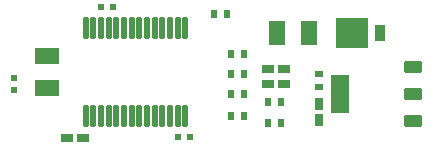
<source format=gbr>
%TF.GenerationSoftware,Altium Limited,Altium Designer,21.4.1 (30)*%
G04 Layer_Color=128*
%FSLAX45Y45*%
%MOMM*%
%TF.SameCoordinates,CCA80653-F6CA-46C6-945C-E97865854BA3*%
%TF.FilePolarity,Positive*%
%TF.FileFunction,Paste,Bot*%
%TF.Part,Single*%
G01*
G75*
%TA.AperFunction,SMDPad,CuDef*%
%ADD33R,1.42000X2.13000*%
%ADD37R,2.13000X1.42000*%
%ADD45R,1.00000X0.80000*%
%ADD46R,0.60000X0.70000*%
%ADD47R,0.86200X1.37000*%
%ADD48R,2.77000X2.64000*%
%ADD49R,0.60000X0.60000*%
%ADD50R,0.60000X0.60000*%
%ADD51O,0.55000X1.95000*%
%ADD52R,0.70000X0.60000*%
%ADD53R,0.80000X1.00000*%
G04:AMPARAMS|DCode=54|XSize=3.25mm|YSize=1.55mm|CornerRadius=0.10075mm|HoleSize=0mm|Usage=FLASHONLY|Rotation=90.000|XOffset=0mm|YOffset=0mm|HoleType=Round|Shape=RoundedRectangle|*
%AMROUNDEDRECTD54*
21,1,3.25000,1.34850,0,0,90.0*
21,1,3.04850,1.55000,0,0,90.0*
1,1,0.20150,0.67425,1.52425*
1,1,0.20150,0.67425,-1.52425*
1,1,0.20150,-0.67425,-1.52425*
1,1,0.20150,-0.67425,1.52425*
%
%ADD54ROUNDEDRECTD54*%
G04:AMPARAMS|DCode=55|XSize=1mm|YSize=1.55mm|CornerRadius=0.0995mm|HoleSize=0mm|Usage=FLASHONLY|Rotation=90.000|XOffset=0mm|YOffset=0mm|HoleType=Round|Shape=RoundedRectangle|*
%AMROUNDEDRECTD55*
21,1,1.00000,1.35100,0,0,90.0*
21,1,0.80100,1.55000,0,0,90.0*
1,1,0.19900,0.67550,0.40050*
1,1,0.19900,0.67550,-0.40050*
1,1,0.19900,-0.67550,-0.40050*
1,1,0.19900,-0.67550,0.40050*
%
%ADD55ROUNDEDRECTD55*%
D33*
X2394021Y1089660D02*
D03*
X2124019D02*
D03*
D37*
X174000Y897001D02*
D03*
Y626999D02*
D03*
D45*
X346401Y203198D02*
D03*
X476398D02*
D03*
X2048201Y660398D02*
D03*
X2178198D02*
D03*
X2048201Y787398D02*
D03*
X2178198D02*
D03*
D46*
X1839921Y571498D02*
D03*
X1729919D02*
D03*
X1839921Y391158D02*
D03*
X1729919D02*
D03*
Y914398D02*
D03*
X1839921D02*
D03*
X1729919Y744218D02*
D03*
X1839921D02*
D03*
X2158203Y507998D02*
D03*
X2048201D02*
D03*
X1588999Y1251996D02*
D03*
X1699001D02*
D03*
X2158203Y330198D02*
D03*
X2048201D02*
D03*
D47*
X2994503Y1092200D02*
D03*
D48*
X2759400D02*
D03*
D49*
X-105999Y611998D02*
D03*
Y711998D02*
D03*
D50*
X734223Y1308100D02*
D03*
X634223D02*
D03*
X1381120Y213360D02*
D03*
X1281120D02*
D03*
D51*
X501503Y1134501D02*
D03*
X566501D02*
D03*
X631500D02*
D03*
X696504D02*
D03*
X761502D02*
D03*
X826501D02*
D03*
X891499D02*
D03*
X956503D02*
D03*
X1021502D02*
D03*
X1086500D02*
D03*
X1151499D02*
D03*
X1216503D02*
D03*
X1281501D02*
D03*
X1346500D02*
D03*
X501503Y389499D02*
D03*
X566501D02*
D03*
X631500D02*
D03*
X696504D02*
D03*
X761502D02*
D03*
X826501D02*
D03*
X891499D02*
D03*
X956503D02*
D03*
X1021502D02*
D03*
X1086500D02*
D03*
X1151499D02*
D03*
X1216503D02*
D03*
X1281501D02*
D03*
X1346500D02*
D03*
D52*
X2474001Y636996D02*
D03*
Y746999D02*
D03*
D53*
Y486999D02*
D03*
Y356997D02*
D03*
D54*
X2656500Y571998D02*
D03*
D55*
X3271500Y342001D02*
D03*
Y571998D02*
D03*
Y802000D02*
D03*
%TF.MD5,8eb2f6bb3512d26f8c597026c6d20382*%
M02*

</source>
